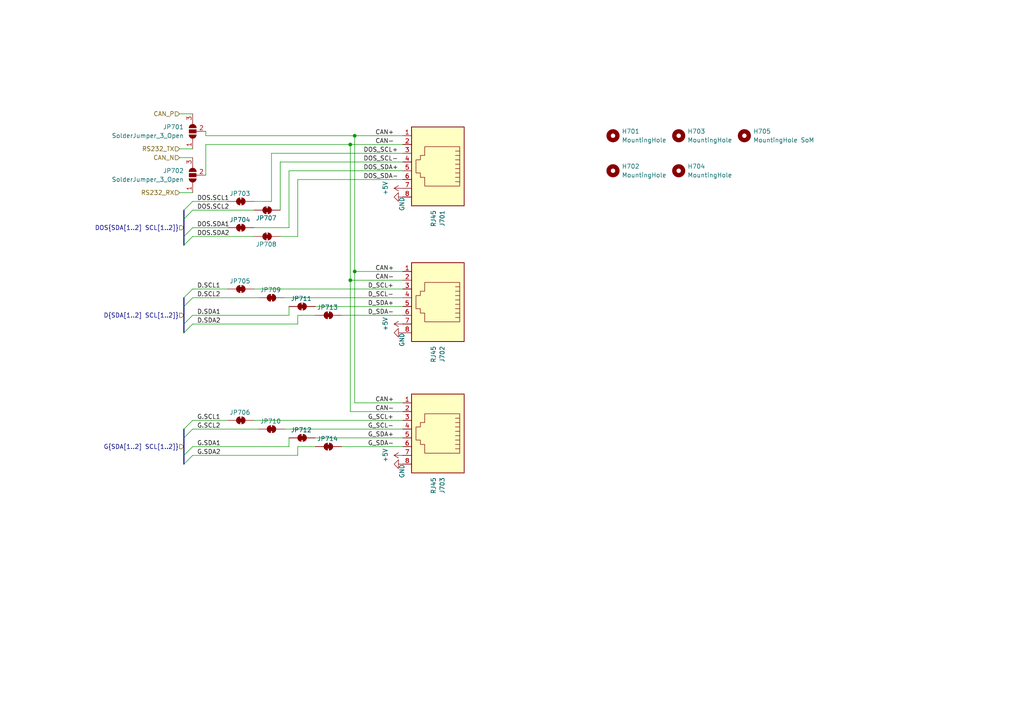
<source format=kicad_sch>
(kicad_sch (version 20231120) (generator "eeschema") (generator_version "8.0")
  (paper "A4")
  (title_block (title "Mobo V2.0") (date "2024-12-19") (rev "2.0") (company "Robotique UdeS - Biogénius") (comment 1 "Jacob Turcotte") (comment 2 "Schéma électrique créer par:"))
  (lib_symbols
    (symbol "Connector:RJ45" (pin_names (offset 1.016))
      (property "Reference" "J" (at -5.08 13.97 0))
      (property "Value" "RJ45" (at 2.54 13.97 0))
      (symbol "RJ45_0_1"
        (polyline (pts (xy -5.08 4.445) (xy -6.35 4.445)))
        (polyline (pts (xy -5.08 5.715) (xy -6.35 5.715)))
        (polyline (pts (xy -6.35 -3.175) (xy -5.08 -3.175) (xy -5.08 -3.175)))
        (polyline (pts (xy -6.35 -1.905) (xy -5.08 -1.905) (xy -5.08 -1.905)))
        (polyline (pts (xy -6.35 -0.635) (xy -5.08 -0.635) (xy -5.08 -0.635)))
        (polyline (pts (xy -6.35 0.635) (xy -5.08 0.635) (xy -5.08 0.635)))
        (polyline (pts (xy -6.35 1.905) (xy -5.08 1.905) (xy -5.08 1.905)))
        (polyline (pts (xy -5.08 3.175) (xy -6.35 3.175) (xy -6.35 3.175)))
        (polyline (pts (xy -6.35 -4.445) (xy -6.35 6.985) (xy 3.81 6.985) (xy 3.81 4.445) (xy 5.08 4.445) (xy 5.08 3.175) (xy 6.35 3.175) (xy 6.35 -0.635) (xy 5.08 -0.635) (xy 5.08 -1.905) (xy 3.81 -1.905) (xy 3.81 -4.445) (xy -6.35 -4.445) (xy -6.35 -4.445)))
        (rectangle (start 7.62 12.7) (end -7.62 -10.16) (stroke (width 0.254)) (fill (type background)))
      )
      (symbol "RJ45_1_1"
        (pin passive line (at 10.16 -7.62 180) (length 2.54) (name "~") (number "1"))
        (pin passive line (at 10.16 -5.08 180) (length 2.54) (name "~") (number "2"))
        (pin passive line (at 10.16 -2.54 180) (length 2.54) (name "~") (number "3"))
        (pin passive line (at 10.16 0 180) (length 2.54) (name "~") (number "4"))
        (pin passive line (at 10.16 2.54 180) (length 2.54) (name "~") (number "5"))
        (pin passive line (at 10.16 5.08 180) (length 2.54) (name "~") (number "6"))
        (pin passive line (at 10.16 7.62 180) (length 2.54) (name "~") (number "7"))
        (pin passive line (at 10.16 10.16 180) (length 2.54) (name "~") (number "8"))
      )
    )
    (symbol "Jumper:SolderJumper_2_Bridged" (pin_numbers hide) (pin_names (offset 0) hide) (exclude_from_sim yes) (in_bom no)
      (property "Reference" "JP" (at 0 2.032 0))
      (property "Value" "SolderJumper_2_Bridged" (at 0 -2.54 0))
      (symbol "SolderJumper_2_Bridged_0_1"
        (rectangle (start -0.508 0.508) (end 0.508 -0.508) (fill (type outline)))
        (arc (start -0.254 1.016) (mid -1.2656 0) (end -0.254 -1.016))
        (arc (start -0.254 1.016) (mid -1.2656 0) (end -0.254 -1.016) (fill (type outline)))
        (polyline (pts (xy -0.254 1.016) (xy -0.254 -1.016)))
        (polyline (pts (xy 0.254 1.016) (xy 0.254 -1.016)))
        (arc (start 0.254 -1.016) (mid 1.2656 0) (end 0.254 1.016))
        (arc (start 0.254 -1.016) (mid 1.2656 0) (end 0.254 1.016) (fill (type outline)))
      )
      (symbol "SolderJumper_2_Bridged_1_1"
        (pin passive line (at -3.81 0 0) (length 2.54) (name "A") (number "1"))
        (pin passive line (at 3.81 0 180) (length 2.54) (name "B") (number "2"))
      )
    )
    (symbol "Jumper:SolderJumper_3_Open" (pin_names (offset 0) hide) (exclude_from_sim yes) (in_bom no)
      (property "Reference" "JP" (at -2.54 -2.54 0))
      (property "Value" "SolderJumper_3_Open" (at 0 2.794 0))
      (symbol "SolderJumper_3_Open_0_1"
        (arc (start -1.016 1.016) (mid -2.0276 0) (end -1.016 -1.016))
        (arc (start -1.016 1.016) (mid -2.0276 0) (end -1.016 -1.016) (fill (type outline)))
        (rectangle (start -0.508 1.016) (end 0.508 -1.016) (fill (type outline)))
        (polyline (pts (xy -2.54 0) (xy -2.032 0)))
        (polyline (pts (xy -1.016 1.016) (xy -1.016 -1.016)))
        (polyline (pts (xy 0 -1.27) (xy 0 -1.016)))
        (polyline (pts (xy 1.016 1.016) (xy 1.016 -1.016)))
        (polyline (pts (xy 2.54 0) (xy 2.032 0)))
        (arc (start 1.016 -1.016) (mid 2.0276 0) (end 1.016 1.016))
        (arc (start 1.016 -1.016) (mid 2.0276 0) (end 1.016 1.016) (fill (type outline)))
      )
      (symbol "SolderJumper_3_Open_1_1"
        (pin passive line (at -5.08 0 0) (length 2.54) (name "A") (number "1"))
        (pin passive line (at 0 -3.81 90) (length 2.54) (name "C") (number "2"))
        (pin passive line (at 5.08 0 180) (length 2.54) (name "B") (number "3"))
      )
    )
    (symbol "Mechanical:MountingHole" (pin_names (offset 1.016)) (exclude_from_sim yes) (in_bom no)
      (property "Reference" "H" (at 0 5.08 0))
      (property "Value" "MountingHole" (at 0 3.175 0))
      (symbol "MountingHole_0_1"
        (circle (center 0 0) (radius 1.27) (stroke (width 1.27)))
      )
    )
    (symbol "power:+5V" (power) (pin_numbers hide) (pin_names (offset 0) hide)
      (property "Value" "+5V" (at 0 3.556 0))
      (symbol "+5V_0_1"
        (polyline (pts (xy -0.762 1.27) (xy 0 2.54)))
        (polyline (pts (xy 0 0) (xy 0 2.54)))
        (polyline (pts (xy 0 2.54) (xy 0.762 1.27)))
      )
      (symbol "+5V_1_1"
        (pin power_in line (at 0 0 90) (length 0) (name "~") (number "1"))
      )
    )
    (symbol "power:GND" (power) (pin_numbers hide) (pin_names (offset 0) hide)
      (property "Value" "GND" (at 0 -3.81 0))
      (symbol "GND_0_1"
        (polyline (pts (xy 0 0) (xy 0 -1.27) (xy 1.27 -1.27) (xy 0 -2.54) (xy -1.27 -1.27) (xy 0 -1.27)))
      )
      (symbol "GND_1_1"
        (pin power_in line (at 0 0 270) (length 0) (name "~") (number "1"))
      )
    )
  )
  (junction (at 102.87 39.37))
  (junction (at 101.6 81.28))
  (junction (at 102.87 78.74))
  (junction (at 101.6 41.91))
  (bus_entry (at 55.88 124.46) (size -2.54 2.54))
  (bus_entry (at 55.88 132.08) (size -2.54 2.54))
  (bus_entry (at 55.88 58.42) (size -2.54 2.54))
  (bus_entry (at 55.88 66.04) (size -2.54 2.54))
  (bus_entry (at 55.88 129.54) (size -2.54 2.54))
  (bus_entry (at 55.88 86.36) (size -2.54 2.54))
  (bus_entry (at 55.88 83.82) (size -2.54 2.54))
  (bus_entry (at 55.88 60.96) (size -2.54 2.54))
  (bus_entry (at 55.88 121.92) (size -2.54 2.54))
  (bus_entry (at 55.88 91.44) (size -2.54 2.54))
  (bus_entry (at 55.88 68.58) (size -2.54 2.54))
  (bus_entry (at 55.88 93.98) (size -2.54 2.54))
  (wire (pts (xy 86.36 129.54) (xy 91.44 129.54)))
  (wire (pts (xy 86.36 91.44) (xy 91.44 91.44)))
  (bus (pts (xy 53.34 127) (xy 53.34 132.08)))
  (wire (pts (xy 55.88 91.44) (xy 83.82 91.44)))
  (wire (pts (xy 101.6 41.91) (xy 101.6 81.28)))
  (wire (pts (xy 102.87 39.37) (xy 102.87 78.74)))
  (bus (pts (xy 53.34 124.46) (xy 53.34 127)))
  (wire (pts (xy 86.36 52.07) (xy 116.84 52.07)))
  (wire (pts (xy 83.82 91.44) (xy 83.82 88.9)))
  (wire (pts (xy 116.84 116.84) (xy 102.87 116.84)))
  (wire (pts (xy 59.69 41.91) (xy 101.6 41.91)))
  (wire (pts (xy 52.07 45.72) (xy 55.88 45.72)))
  (wire (pts (xy 99.06 129.54) (xy 116.84 129.54)))
  (wire (pts (xy 116.84 119.38) (xy 101.6 119.38)))
  (wire (pts (xy 82.55 124.46) (xy 116.84 124.46)))
  (wire (pts (xy 86.36 132.08) (xy 86.36 129.54)))
  (wire (pts (xy 78.74 44.45) (xy 116.84 44.45)))
  (wire (pts (xy 59.69 39.37) (xy 59.69 38.1)))
  (wire (pts (xy 55.88 93.98) (xy 86.36 93.98)))
  (wire (pts (xy 73.66 58.42) (xy 78.74 58.42)))
  (wire (pts (xy 91.44 127) (xy 116.84 127)))
  (wire (pts (xy 81.28 46.99) (xy 116.84 46.99)))
  (wire (pts (xy 116.84 78.74) (xy 102.87 78.74)))
  (bus (pts (xy 53.34 63.5) (xy 53.34 68.58)))
  (wire (pts (xy 73.66 68.58) (xy 55.88 68.58)))
  (wire (pts (xy 55.88 83.82) (xy 66.04 83.82)))
  (wire (pts (xy 59.69 50.8) (xy 59.69 41.91)))
  (wire (pts (xy 73.66 83.82) (xy 116.84 83.82)))
  (bus (pts (xy 53.34 88.9) (xy 53.34 93.98)))
  (wire (pts (xy 78.74 58.42) (xy 78.74 44.45)))
  (wire (pts (xy 52.07 43.18) (xy 55.88 43.18)))
  (wire (pts (xy 116.84 41.91) (xy 101.6 41.91)))
  (wire (pts (xy 73.66 60.96) (xy 55.88 60.96)))
  (wire (pts (xy 99.06 91.44) (xy 116.84 91.44)))
  (bus (pts (xy 53.34 68.58) (xy 53.34 71.12)))
  (wire (pts (xy 83.82 129.54) (xy 83.82 127)))
  (wire (pts (xy 86.36 68.58) (xy 81.28 68.58)))
  (wire (pts (xy 59.69 39.37) (xy 102.87 39.37)))
  (wire (pts (xy 52.07 33.02) (xy 55.88 33.02)))
  (bus (pts (xy 53.34 86.36) (xy 53.34 88.9)))
  (wire (pts (xy 55.88 121.92) (xy 66.04 121.92)))
  (wire (pts (xy 55.88 129.54) (xy 83.82 129.54)))
  (wire (pts (xy 82.55 86.36) (xy 116.84 86.36)))
  (wire (pts (xy 102.87 78.74) (xy 102.87 116.84)))
  (wire (pts (xy 55.88 66.04) (xy 66.04 66.04)))
  (wire (pts (xy 55.88 58.42) (xy 66.04 58.42)))
  (wire (pts (xy 81.28 46.99) (xy 81.28 60.96)))
  (wire (pts (xy 52.07 55.88) (xy 55.88 55.88)))
  (wire (pts (xy 86.36 52.07) (xy 86.36 68.58)))
  (bus (pts (xy 53.34 60.96) (xy 53.34 63.5)))
  (wire (pts (xy 116.84 39.37) (xy 102.87 39.37)))
  (wire (pts (xy 91.44 88.9) (xy 116.84 88.9)))
  (wire (pts (xy 73.66 66.04) (xy 83.82 66.04)))
  (bus (pts (xy 53.34 93.98) (xy 53.34 96.52)))
  (wire (pts (xy 83.82 49.53) (xy 116.84 49.53)))
  (wire (pts (xy 83.82 66.04) (xy 83.82 49.53)))
  (wire (pts (xy 55.88 86.36) (xy 74.93 86.36)))
  (wire (pts (xy 55.88 124.46) (xy 74.93 124.46)))
  (bus (pts (xy 53.34 132.08) (xy 53.34 134.62)))
  (wire (pts (xy 55.88 132.08) (xy 86.36 132.08)))
  (wire (pts (xy 73.66 121.92) (xy 116.84 121.92)))
  (wire (pts (xy 101.6 81.28) (xy 101.6 119.38)))
  (wire (pts (xy 116.84 81.28) (xy 101.6 81.28)))
  (wire (pts (xy 86.36 93.98) (xy 86.36 91.44)))
  (label "CAN+" (at 114.3 39.37 180))
  (label "CAN-" (at 114.3 119.38 180))
  (label "G_SCL-" (at 106.68 124.46 0))
  (label "CAN+" (at 114.3 78.74 180))
  (label "DOS_SDA-" (at 105.41 52.07 0))
  (label "G_SDA+" (at 106.68 127 0))
  (label "D.SCL2" (at 57.15 86.36 0))
  (label "G_SDA-" (at 106.68 129.54 0))
  (label "CAN-" (at 114.3 41.91 180))
  (label "DOS_SDA+" (at 105.41 49.53 0))
  (label "G.SDA2" (at 57.15 132.08 0))
  (label "D_SDA+" (at 106.68 88.9 0))
  (label "CAN+" (at 114.3 116.84 180))
  (label "DOS.SDA1" (at 57.15 66.04 0))
  (label "D.SCL1" (at 57.15 83.82 0))
  (label "DOS_SCL+" (at 105.41 44.45 0))
  (label "G.SDA1" (at 57.15 129.54 0))
  (label "G_SCL+" (at 106.68 121.92 0))
  (label "D.SDA1" (at 57.15 91.44 0))
  (label "D_SCL-" (at 106.68 86.36 0))
  (label "DOS_SCL-" (at 105.41 46.99 0))
  (label "DOS.SCL2" (at 57.15 60.96 0))
  (label "G.SCL2" (at 57.15 124.46 0))
  (label "D_SDA-" (at 106.68 91.44 0))
  (label "D.SDA2" (at 57.15 93.98 0))
  (label "CAN-" (at 114.3 81.28 180))
  (label "DOS.SDA2" (at 57.15 68.58 0))
  (label "DOS.SCL1" (at 57.15 58.42 0))
  (label "D_SCL+" (at 106.68 83.82 0))
  (label "G.SCL1" (at 57.15 121.92 0))
  (hierarchical_label "D{SDA[1..2] SCL[1..2]}" (shape input) (at 53.34 91.44 180))
  (hierarchical_label "CAN_N" (shape input) (at 52.07 45.72 180))
  (hierarchical_label "DOS{SDA[1..2] SCL[1..2]}" (shape input) (at 53.34 66.04 180))
  (hierarchical_label "RS232_TX" (shape input) (at 52.07 43.18 180))
  (hierarchical_label "CAN_P" (shape input) (at 52.07 33.02 180))
  (hierarchical_label "G{SDA[1..2] SCL[1..2]}" (shape input) (at 53.34 129.54 180))
  (hierarchical_label "RS232_RX" (shape input) (at 52.07 55.88 180))
  (symbol (lib_id "Jumper:SolderJumper_2_Bridged") (at 95.25 91.44 0) (unit 1) (exclude_from_sim yes) (in_bom no)
    (property "Reference" "JP713" (at 94.996 89.154 0))
    (property "Value" "SolderJumper_2_Bridged" (effects (hide yes)))
    (property "Footprint" "Jumper:SolderJumper-2_P1.3mm_Bridged_RoundedPad1.0x1.5mm" (effects (hide yes)))
    (property "Description" "Solder Jumper, 2-pole, closed/bridged" (effects (hide yes)))
  )
  (symbol (lib_id "Connector:RJ45") (at 127 124.46 180) (unit 1)
    (property "Reference" "J703" (at 128.2701 138.43 90) (effects (justify left)))
    (property "Value" "RJ45" (at 125.7301 138.43 90) (effects (justify left)))
    (property "Footprint" "Connector_RJ:RJ45_Amphenol_54602-x08_Horizontal" (effects (hide yes)))
    (property "Description" "RJ connector, 8P8C (8 positions 8 connected)" (effects (hide yes)))
  )
  (symbol (lib_id "Jumper:SolderJumper_2_Bridged") (at 69.85 121.92 0) (unit 1) (exclude_from_sim yes) (in_bom no)
    (property "Reference" "JP706" (at 69.596 119.634 0))
    (property "Value" "SolderJumper_2_Bridged" (effects (hide yes)))
    (property "Footprint" "Jumper:SolderJumper-2_P1.3mm_Bridged_RoundedPad1.0x1.5mm" (effects (hide yes)))
    (property "Description" "Solder Jumper, 2-pole, closed/bridged" (effects (hide yes)))
  )
  (symbol (lib_id "Mechanical:MountingHole") (at 215.9 39.37 0) (unit 1) (exclude_from_sim yes) (in_bom no)
    (property "Reference" "H705" (at 218.44 38.0999 0) (effects (justify left)))
    (property "Value" "MountingHole SoM" (at 218.44 40.6399 0) (effects (justify left)))
    (property "Footprint" "MountingHole:MountingHole_3.2mm_M3" (effects (hide yes)))
    (property "Description" "Mounting Hole without connection" (effects (hide yes)))
  )
  (symbol (lib_id "Mechanical:MountingHole") (at 196.85 49.53 0) (unit 1) (exclude_from_sim yes) (in_bom no)
    (property "Reference" "H704" (at 199.39 48.2599 0) (effects (justify left)))
    (property "Value" "MountingHole" (at 199.39 50.7999 0) (effects (justify left)))
    (property "Footprint" "MountingHole:MountingHole_3.2mm_M3" (effects (hide yes)))
    (property "Description" "Mounting Hole without connection" (effects (hide yes)))
  )
  (symbol (lib_id "power:+5V") (at 116.84 132.08 90) (unit 1)
    (property "Reference" "#PWR0705" (effects (hide yes)))
    (property "Value" "+5V" (at 111.76 132.08 0))
    (property "Description" "Power symbol creates a global label with name \"+5V\"" (effects (hide yes)))
  )
  (symbol (lib_id "Jumper:SolderJumper_2_Bridged") (at 69.85 66.04 0) (unit 1) (exclude_from_sim yes) (in_bom no)
    (property "Reference" "JP704" (at 69.596 63.754 0))
    (property "Value" "SolderJumper_2_Bridged" (effects (hide yes)))
    (property "Footprint" "Jumper:SolderJumper-2_P1.3mm_Bridged_RoundedPad1.0x1.5mm" (effects (hide yes)))
    (property "Description" "Solder Jumper, 2-pole, closed/bridged" (effects (hide yes)))
  )
  (symbol (lib_id "Jumper:SolderJumper_2_Bridged") (at 69.85 58.42 0) (unit 1) (exclude_from_sim yes) (in_bom no)
    (property "Reference" "JP703" (at 69.596 56.134 0))
    (property "Value" "SolderJumper_2_Bridged" (effects (hide yes)))
    (property "Footprint" "Jumper:SolderJumper-2_P1.3mm_Bridged_RoundedPad1.0x1.5mm" (effects (hide yes)))
    (property "Description" "Solder Jumper, 2-pole, closed/bridged" (effects (hide yes)))
  )
  (symbol (lib_id "power:+5V") (at 116.84 54.61 90) (unit 1)
    (property "Reference" "#PWR0701" (effects (hide yes)))
    (property "Value" "+5V" (at 111.76 54.61 0))
    (property "Description" "Power symbol creates a global label with name \"+5V\"" (effects (hide yes)))
  )
  (symbol (lib_id "Jumper:SolderJumper_2_Bridged") (at 77.47 60.96 0) (unit 1) (exclude_from_sim yes) (in_bom no)
    (property "Reference" "JP707" (at 77.216 63.246 0))
    (property "Value" "SolderJumper_2_Bridged" (effects (hide yes)))
    (property "Footprint" "Jumper:SolderJumper-2_P1.3mm_Bridged_RoundedPad1.0x1.5mm" (effects (hide yes)))
    (property "Description" "Solder Jumper, 2-pole, closed/bridged" (effects (hide yes)))
  )
  (symbol (lib_id "Mechanical:MountingHole") (at 177.8 39.37 0) (unit 1) (exclude_from_sim yes) (in_bom no)
    (property "Reference" "H701" (at 180.34 38.0999 0) (effects (justify left)))
    (property "Value" "MountingHole" (at 180.34 40.6399 0) (effects (justify left)))
    (property "Footprint" "MountingHole:MountingHole_3.2mm_M3" (effects (hide yes)))
    (property "Description" "Mounting Hole without connection" (effects (hide yes)))
  )
  (symbol (lib_id "Connector:RJ45") (at 127 86.36 180) (unit 1)
    (property "Reference" "J702" (at 128.2701 100.33 90) (effects (justify left)))
    (property "Value" "RJ45" (at 125.7301 100.33 90) (effects (justify left)))
    (property "Footprint" "Connector_RJ:RJ45_Amphenol_54602-x08_Horizontal" (effects (hide yes)))
    (property "Description" "RJ connector, 8P8C (8 positions 8 connected)" (effects (hide yes)))
  )
  (symbol (lib_id "power:GND") (at 116.84 134.62 270) (unit 1)
    (property "Reference" "#PWR0706" (effects (hide yes)))
    (property "Value" "GND" (at 116.586 136.652 0))
    (property "Description" "Power symbol creates a global label with name \"GND\" , ground" (effects (hide yes)))
  )
  (symbol (lib_id "Jumper:SolderJumper_2_Bridged") (at 78.74 86.36 0) (unit 1) (exclude_from_sim yes) (in_bom no)
    (property "Reference" "JP709" (at 78.486 84.074 0))
    (property "Value" "SolderJumper_2_Bridged" (effects (hide yes)))
    (property "Footprint" "Jumper:SolderJumper-2_P1.3mm_Bridged_RoundedPad1.0x1.5mm" (effects (hide yes)))
    (property "Description" "Solder Jumper, 2-pole, closed/bridged" (effects (hide yes)))
  )
  (symbol (lib_id "Connector:RJ45") (at 127 46.99 180) (unit 1)
    (property "Reference" "J701" (at 128.2701 60.96 90) (effects (justify left)))
    (property "Value" "RJ45" (at 125.7301 60.96 90) (effects (justify left)))
    (property "Footprint" "Connector_RJ:RJ45_Amphenol_54602-x08_Horizontal" (effects (hide yes)))
    (property "Description" "RJ connector, 8P8C (8 positions 8 connected)" (effects (hide yes)))
  )
  (symbol (lib_id "Jumper:SolderJumper_3_Open") (at 55.88 50.8 90) (unit 1) (exclude_from_sim yes) (in_bom no)
    (property "Reference" "JP702" (at 53.34 49.5299 90) (effects (justify left)))
    (property "Value" "SolderJumper_3_Open" (at 53.34 52.0699 90) (effects (justify left)))
    (property "Footprint" "Jumper:SolderJumper-3_P1.3mm_Open_RoundedPad1.0x1.5mm" (effects (hide yes)))
    (property "Description" "Solder Jumper, 3-pole, open" (effects (hide yes)))
  )
  (symbol (lib_id "Mechanical:MountingHole") (at 177.8 49.53 0) (unit 1) (exclude_from_sim yes) (in_bom no)
    (property "Reference" "H702" (at 180.34 48.2599 0) (effects (justify left)))
    (property "Value" "MountingHole" (at 180.34 50.7999 0) (effects (justify left)))
    (property "Footprint" "MountingHole:MountingHole_3.2mm_M3" (effects (hide yes)))
    (property "Description" "Mounting Hole without connection" (effects (hide yes)))
  )
  (symbol (lib_id "power:GND") (at 116.84 57.15 270) (unit 1)
    (property "Reference" "#PWR0702" (effects (hide yes)))
    (property "Value" "GND" (at 116.586 59.182 0))
    (property "Description" "Power symbol creates a global label with name \"GND\" , ground" (effects (hide yes)))
  )
  (symbol (lib_id "power:+5V") (at 116.84 93.98 90) (unit 1)
    (property "Reference" "#PWR0703" (effects (hide yes)))
    (property "Value" "+5V" (at 111.76 93.98 0))
    (property "Description" "Power symbol creates a global label with name \"+5V\"" (effects (hide yes)))
  )
  (symbol (lib_id "Jumper:SolderJumper_2_Bridged") (at 87.63 127 0) (unit 1) (exclude_from_sim yes) (in_bom no)
    (property "Reference" "JP712" (at 87.376 124.714 0))
    (property "Value" "SolderJumper_2_Bridged" (effects (hide yes)))
    (property "Footprint" "Jumper:SolderJumper-2_P1.3mm_Bridged_RoundedPad1.0x1.5mm" (effects (hide yes)))
    (property "Description" "Solder Jumper, 2-pole, closed/bridged" (effects (hide yes)))
  )
  (symbol (lib_id "Jumper:SolderJumper_2_Bridged") (at 87.63 88.9 0) (unit 1) (exclude_from_sim yes) (in_bom no)
    (property "Reference" "JP711" (at 87.376 86.614 0))
    (property "Value" "SolderJumper_2_Bridged" (effects (hide yes)))
    (property "Footprint" "Jumper:SolderJumper-2_P1.3mm_Bridged_RoundedPad1.0x1.5mm" (effects (hide yes)))
    (property "Description" "Solder Jumper, 2-pole, closed/bridged" (effects (hide yes)))
  )
  (symbol (lib_id "power:GND") (at 116.84 96.52 270) (unit 1)
    (property "Reference" "#PWR0704" (effects (hide yes)))
    (property "Value" "GND" (at 116.586 98.552 0))
    (property "Description" "Power symbol creates a global label with name \"GND\" , ground" (effects (hide yes)))
  )
  (symbol (lib_id "Jumper:SolderJumper_3_Open") (at 55.88 38.1 90) (unit 1) (exclude_from_sim yes) (in_bom no)
    (property "Reference" "JP701" (at 53.34 36.8299 90) (effects (justify left)))
    (property "Value" "SolderJumper_3_Open" (at 53.34 39.3699 90) (effects (justify left)))
    (property "Footprint" "Jumper:SolderJumper-3_P1.3mm_Open_RoundedPad1.0x1.5mm" (effects (hide yes)))
    (property "Description" "Solder Jumper, 3-pole, open" (effects (hide yes)))
  )
  (symbol (lib_id "Mechanical:MountingHole") (at 196.85 39.37 0) (unit 1) (exclude_from_sim yes) (in_bom no)
    (property "Reference" "H703" (at 199.39 38.0999 0) (effects (justify left)))
    (property "Value" "MountingHole" (at 199.39 40.6399 0) (effects (justify left)))
    (property "Footprint" "MountingHole:MountingHole_3.2mm_M3" (effects (hide yes)))
    (property "Description" "Mounting Hole without connection" (effects (hide yes)))
  )
  (symbol (lib_id "Jumper:SolderJumper_2_Bridged") (at 78.74 124.46 0) (unit 1) (exclude_from_sim yes) (in_bom no)
    (property "Reference" "JP710" (at 78.486 122.174 0))
    (property "Value" "SolderJumper_2_Bridged" (effects (hide yes)))
    (property "Footprint" "Jumper:SolderJumper-2_P1.3mm_Bridged_RoundedPad1.0x1.5mm" (effects (hide yes)))
    (property "Description" "Solder Jumper, 2-pole, closed/bridged" (effects (hide yes)))
  )
  (symbol (lib_id "Jumper:SolderJumper_2_Bridged") (at 69.85 83.82 0) (unit 1) (exclude_from_sim yes) (in_bom no)
    (property "Reference" "JP705" (at 69.596 81.534 0))
    (property "Value" "SolderJumper_2_Bridged" (effects (hide yes)))
    (property "Footprint" "Jumper:SolderJumper-2_P1.3mm_Bridged_RoundedPad1.0x1.5mm" (effects (hide yes)))
    (property "Description" "Solder Jumper, 2-pole, closed/bridged" (effects (hide yes)))
  )
  (symbol (lib_id "Jumper:SolderJumper_2_Bridged") (at 95.25 129.54 0) (unit 1) (exclude_from_sim yes) (in_bom no)
    (property "Reference" "JP714" (at 94.996 127.254 0))
    (property "Value" "SolderJumper_2_Bridged" (effects (hide yes)))
    (property "Footprint" "Jumper:SolderJumper-2_P1.3mm_Bridged_RoundedPad1.0x1.5mm" (effects (hide yes)))
    (property "Description" "Solder Jumper, 2-pole, closed/bridged" (effects (hide yes)))
  )
  (symbol (lib_id "Jumper:SolderJumper_2_Bridged") (at 77.47 68.58 0) (unit 1) (exclude_from_sim yes) (in_bom no)
    (property "Reference" "JP708" (at 77.216 70.866 0))
    (property "Value" "SolderJumper_2_Bridged" (effects (hide yes)))
    (property "Footprint" "Jumper:SolderJumper-2_P1.3mm_Bridged_RoundedPad1.0x1.5mm" (effects (hide yes)))
    (property "Description" "Solder Jumper, 2-pole, closed/bridged" (effects (hide yes)))
  )
)
</source>
